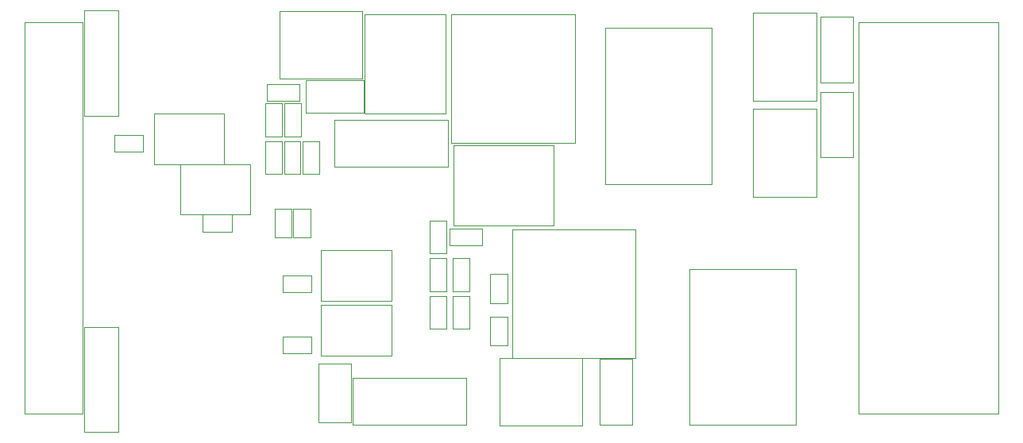
<source format=gbr>
%TF.GenerationSoftware,KiCad,Pcbnew,4.0.7-e2-6376~58~ubuntu16.04.1*%
%TF.CreationDate,2017-12-06T17:26:10+02:00*%
%TF.ProjectId,instrument_cluster,696E737472756D656E745F636C757374,rev?*%
%TF.FileFunction,Other,User*%
%FSLAX46Y46*%
G04 Gerber Fmt 4.6, Leading zero omitted, Abs format (unit mm)*
G04 Created by KiCad (PCBNEW 4.0.7-e2-6376~58~ubuntu16.04.1) date Wed Dec  6 17:26:10 2017*
%MOMM*%
%LPD*%
G01*
G04 APERTURE LIST*
%ADD10C,0.100000*%
%ADD11C,0.050000*%
G04 APERTURE END LIST*
D10*
D11*
X194400000Y-86100000D02*
X194400000Y-95500000D01*
X194400000Y-86100000D02*
X187600000Y-86100000D01*
X187600000Y-95500000D02*
X194400000Y-95500000D01*
X187600000Y-95500000D02*
X187600000Y-86100000D01*
X187600000Y-105700000D02*
X187600000Y-96300000D01*
X187600000Y-105700000D02*
X194400000Y-105700000D01*
X194400000Y-96300000D02*
X187600000Y-96300000D01*
X194400000Y-96300000D02*
X194400000Y-105700000D01*
X146210000Y-96850000D02*
X146210000Y-86250000D01*
X146210000Y-96850000D02*
X154790000Y-96850000D01*
X154790000Y-86250000D02*
X146210000Y-86250000D01*
X154790000Y-86250000D02*
X154790000Y-96850000D01*
X166300000Y-108790000D02*
X155700000Y-108790000D01*
X166300000Y-108790000D02*
X166300000Y-100210000D01*
X155700000Y-100210000D02*
X155700000Y-108790000D01*
X155700000Y-100210000D02*
X166300000Y-100210000D01*
X157050000Y-130000000D02*
X157050000Y-125000000D01*
X157050000Y-125000000D02*
X144950000Y-125000000D01*
X144950000Y-125000000D02*
X144950000Y-130000000D01*
X144950000Y-130000000D02*
X157050000Y-130000000D01*
X155050000Y-102500000D02*
X155050000Y-97500000D01*
X155050000Y-97500000D02*
X142950000Y-97500000D01*
X142950000Y-97500000D02*
X142950000Y-102500000D01*
X142950000Y-102500000D02*
X155050000Y-102500000D01*
X144750000Y-123525000D02*
X141250000Y-123525000D01*
X141250000Y-123525000D02*
X141250000Y-129725000D01*
X141250000Y-129725000D02*
X144750000Y-129725000D01*
X144750000Y-129725000D02*
X144750000Y-123525000D01*
X139900000Y-93250000D02*
X139900000Y-96750000D01*
X139900000Y-96750000D02*
X146100000Y-96750000D01*
X146100000Y-96750000D02*
X146100000Y-93250000D01*
X146100000Y-93250000D02*
X139900000Y-93250000D01*
X139380000Y-95750000D02*
X139380000Y-99250000D01*
X139380000Y-95750000D02*
X137630000Y-95750000D01*
X137630000Y-99250000D02*
X139380000Y-99250000D01*
X137630000Y-99250000D02*
X137630000Y-95750000D01*
X155620000Y-119750000D02*
X155620000Y-116250000D01*
X155620000Y-119750000D02*
X157370000Y-119750000D01*
X157370000Y-116250000D02*
X155620000Y-116250000D01*
X157370000Y-116250000D02*
X157370000Y-119750000D01*
X137380000Y-95750000D02*
X137380000Y-99250000D01*
X137380000Y-95750000D02*
X135630000Y-95750000D01*
X135630000Y-99250000D02*
X137380000Y-99250000D01*
X135630000Y-99250000D02*
X135630000Y-95750000D01*
X153120000Y-119750000D02*
X153120000Y-116250000D01*
X153120000Y-119750000D02*
X154870000Y-119750000D01*
X154870000Y-116250000D02*
X153120000Y-116250000D01*
X154870000Y-116250000D02*
X154870000Y-119750000D01*
X135620000Y-103250000D02*
X135620000Y-99750000D01*
X135620000Y-103250000D02*
X137370000Y-103250000D01*
X137370000Y-99750000D02*
X135620000Y-99750000D01*
X137370000Y-99750000D02*
X137370000Y-103250000D01*
X157380000Y-112250000D02*
X157380000Y-115750000D01*
X157380000Y-112250000D02*
X155630000Y-112250000D01*
X155630000Y-115750000D02*
X157380000Y-115750000D01*
X155630000Y-115750000D02*
X155630000Y-112250000D01*
X137620000Y-103250000D02*
X137620000Y-99750000D01*
X137620000Y-103250000D02*
X139370000Y-103250000D01*
X139370000Y-99750000D02*
X137620000Y-99750000D01*
X139370000Y-99750000D02*
X139370000Y-103250000D01*
X155250000Y-109120000D02*
X158750000Y-109120000D01*
X155250000Y-109120000D02*
X155250000Y-110870000D01*
X158750000Y-110870000D02*
X158750000Y-109120000D01*
X158750000Y-110870000D02*
X155250000Y-110870000D01*
X139620000Y-103250000D02*
X139620000Y-99750000D01*
X139620000Y-103250000D02*
X141370000Y-103250000D01*
X141370000Y-99750000D02*
X139620000Y-99750000D01*
X141370000Y-99750000D02*
X141370000Y-103250000D01*
X154880000Y-112250000D02*
X154880000Y-115750000D01*
X154880000Y-112250000D02*
X153130000Y-112250000D01*
X153130000Y-115750000D02*
X154880000Y-115750000D01*
X153130000Y-115750000D02*
X153130000Y-112250000D01*
X135750000Y-93670000D02*
X139250000Y-93670000D01*
X135750000Y-93670000D02*
X135750000Y-95420000D01*
X139250000Y-95420000D02*
X139250000Y-93670000D01*
X139250000Y-95420000D02*
X135750000Y-95420000D01*
X153120000Y-111750000D02*
X153120000Y-108250000D01*
X153120000Y-111750000D02*
X154870000Y-111750000D01*
X154870000Y-108250000D02*
X153120000Y-108250000D01*
X154870000Y-108250000D02*
X154870000Y-111750000D01*
X198250000Y-86500000D02*
X198250000Y-93500000D01*
X198250000Y-93500000D02*
X194750000Y-93500000D01*
X194750000Y-93500000D02*
X194750000Y-86500000D01*
X194750000Y-86500000D02*
X198250000Y-86500000D01*
X194750000Y-101500000D02*
X194750000Y-94500000D01*
X194750000Y-94500000D02*
X198250000Y-94500000D01*
X198250000Y-94500000D02*
X198250000Y-101500000D01*
X198250000Y-101500000D02*
X194750000Y-101500000D01*
X171250000Y-130000000D02*
X171250000Y-123000000D01*
X171250000Y-123000000D02*
X174750000Y-123000000D01*
X174750000Y-123000000D02*
X174750000Y-130000000D01*
X174750000Y-130000000D02*
X171250000Y-130000000D01*
X116310000Y-85830000D02*
X116310000Y-97030000D01*
X116310000Y-97030000D02*
X119910000Y-97030000D01*
X119910000Y-97030000D02*
X119910000Y-85830000D01*
X119910000Y-85830000D02*
X116310000Y-85830000D01*
X119910000Y-130800000D02*
X119910000Y-119600000D01*
X119910000Y-119600000D02*
X116310000Y-119600000D01*
X116310000Y-119600000D02*
X116310000Y-130800000D01*
X116310000Y-130800000D02*
X119910000Y-130800000D01*
X168600000Y-86190000D02*
X168600000Y-99910000D01*
X168600000Y-99910000D02*
X155400000Y-99910000D01*
X155400000Y-99910000D02*
X155400000Y-86190000D01*
X155400000Y-86190000D02*
X168600000Y-86190000D01*
X175100000Y-109140000D02*
X175100000Y-122860000D01*
X175100000Y-122860000D02*
X161900000Y-122860000D01*
X161900000Y-122860000D02*
X161900000Y-109140000D01*
X161900000Y-109140000D02*
X175100000Y-109140000D01*
X138600000Y-110050000D02*
X138600000Y-106950000D01*
X138600000Y-110050000D02*
X140400000Y-110050000D01*
X140400000Y-106950000D02*
X138600000Y-106950000D01*
X140400000Y-106950000D02*
X140400000Y-110050000D01*
X136600000Y-110050000D02*
X136600000Y-106950000D01*
X136600000Y-110050000D02*
X138400000Y-110050000D01*
X138400000Y-106950000D02*
X136600000Y-106950000D01*
X138400000Y-106950000D02*
X138400000Y-110050000D01*
X161400000Y-113950000D02*
X161400000Y-117050000D01*
X161400000Y-113950000D02*
X159600000Y-113950000D01*
X159600000Y-117050000D02*
X161400000Y-117050000D01*
X159600000Y-117050000D02*
X159600000Y-113950000D01*
X159600000Y-121550000D02*
X159600000Y-118450000D01*
X159600000Y-121550000D02*
X161400000Y-121550000D01*
X161400000Y-118450000D02*
X159600000Y-118450000D01*
X161400000Y-118450000D02*
X161400000Y-121550000D01*
X137450000Y-120600000D02*
X140550000Y-120600000D01*
X137450000Y-120600000D02*
X137450000Y-122400000D01*
X140550000Y-122400000D02*
X140550000Y-120600000D01*
X140550000Y-122400000D02*
X137450000Y-122400000D01*
X137450000Y-114100000D02*
X140550000Y-114100000D01*
X137450000Y-114100000D02*
X137450000Y-115900000D01*
X140550000Y-115900000D02*
X140550000Y-114100000D01*
X140550000Y-115900000D02*
X137450000Y-115900000D01*
X169400000Y-122900000D02*
X160600000Y-122900000D01*
X169400000Y-130100000D02*
X169400000Y-122900000D01*
X160600000Y-130100000D02*
X169400000Y-130100000D01*
X160600000Y-122900000D02*
X160600000Y-130100000D01*
X145900000Y-85900000D02*
X137100000Y-85900000D01*
X145900000Y-93100000D02*
X145900000Y-85900000D01*
X137100000Y-93100000D02*
X145900000Y-93100000D01*
X137100000Y-85900000D02*
X137100000Y-93100000D01*
X131230000Y-102200000D02*
X131230000Y-96800000D01*
X123770000Y-102200000D02*
X123770000Y-96800000D01*
X131230000Y-102200000D02*
X123770000Y-102200000D01*
X131230000Y-96800000D02*
X123770000Y-96800000D01*
X134030000Y-107605000D02*
X134030000Y-102205000D01*
X126570000Y-107605000D02*
X126570000Y-102205000D01*
X134030000Y-107605000D02*
X126570000Y-107605000D01*
X134030000Y-102205000D02*
X126570000Y-102205000D01*
X149030000Y-122605000D02*
X149030000Y-117205000D01*
X141570000Y-122605000D02*
X141570000Y-117205000D01*
X149030000Y-122605000D02*
X141570000Y-122605000D01*
X149030000Y-117205000D02*
X141570000Y-117205000D01*
X149030000Y-116795000D02*
X149030000Y-111395000D01*
X141570000Y-116795000D02*
X141570000Y-111395000D01*
X149030000Y-116795000D02*
X141570000Y-116795000D01*
X149030000Y-111395000D02*
X141570000Y-111395000D01*
X183150000Y-87680000D02*
X171850000Y-87680000D01*
X171850000Y-87680000D02*
X171850000Y-104320000D01*
X171850000Y-104320000D02*
X183150000Y-104320000D01*
X183150000Y-104320000D02*
X183150000Y-87680000D01*
X192150000Y-113380000D02*
X180850000Y-113380000D01*
X180850000Y-113380000D02*
X180850000Y-130020000D01*
X180850000Y-130020000D02*
X192150000Y-130020000D01*
X192150000Y-130020000D02*
X192150000Y-113380000D01*
X198860000Y-87100000D02*
X198860000Y-128800000D01*
X198860000Y-128800000D02*
X213760000Y-128800000D01*
X213760000Y-128800000D02*
X213760000Y-87100000D01*
X213760000Y-87100000D02*
X198860000Y-87100000D01*
X109950000Y-87100000D02*
X109950000Y-128800000D01*
X109950000Y-128800000D02*
X116100000Y-128800000D01*
X116100000Y-128800000D02*
X116100000Y-87100000D01*
X116100000Y-87100000D02*
X109950000Y-87100000D01*
X122600000Y-100900000D02*
X119500000Y-100900000D01*
X122600000Y-100900000D02*
X122600000Y-99100000D01*
X119500000Y-99100000D02*
X119500000Y-100900000D01*
X119500000Y-99100000D02*
X122600000Y-99100000D01*
X128950000Y-107600000D02*
X132050000Y-107600000D01*
X128950000Y-107600000D02*
X128950000Y-109400000D01*
X132050000Y-109400000D02*
X132050000Y-107600000D01*
X132050000Y-109400000D02*
X128950000Y-109400000D01*
M02*

</source>
